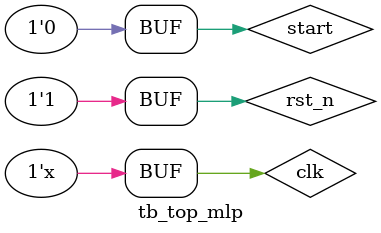
<source format=v>
`timescale 1ns / 1ns

module tb_top_mlp;

reg     clk = 1'b1;
reg     rst_n = 1'b0;
reg     start = 1'b0;

always #1 clk = ~clk;

parameter IMGNUM = 10;
parameter output_addr_width = $clog2(IMGNUM * 10);
reg     [31:0] outbuf [0:99];
wire                outbuf_we;
wire    [output_addr_width-1:0]   outbuf_addr;
wire    [31:0]      outbuf_data;
always @(posedge clk) begin
    if(outbuf_we) outbuf[outbuf_addr] <= outbuf_data;
end



top dut (
    .clk_i                      (clk                        ),
    .rstn_i                    (rst_n                      ),
    .start_i                    (start                      ),
    .done_intr_o                 (                           ),
    .done_led_o                 (                           ),

    .y_buf_wr_en             (outbuf_we                  ),
    .y_buf_addr              (outbuf_addr                ),
    .y_buf_data              (outbuf_data                )
);





initial begin
    #40 rst_n = 1'b1;
    #10 start = 1'b1;
    #40 start = 1'b0;
end

endmodule
</source>
